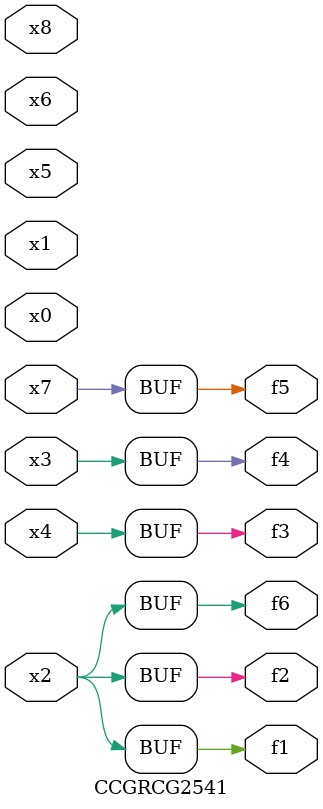
<source format=v>
module CCGRCG2541(
	input x0, x1, x2, x3, x4, x5, x6, x7, x8,
	output f1, f2, f3, f4, f5, f6
);
	assign f1 = x2;
	assign f2 = x2;
	assign f3 = x4;
	assign f4 = x3;
	assign f5 = x7;
	assign f6 = x2;
endmodule

</source>
